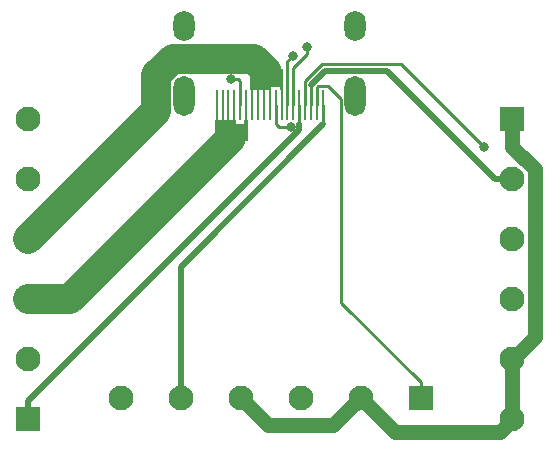
<source format=gbr>
%TF.GenerationSoftware,KiCad,Pcbnew,(5.0.2)-1*%
%TF.CreationDate,2019-01-23T22:58:30+01:00*%
%TF.ProjectId,HDMI-Terminal,48444d49-2d54-4657-926d-696e616c2e6b,rev?*%
%TF.SameCoordinates,Original*%
%TF.FileFunction,Copper,L1,Top*%
%TF.FilePolarity,Positive*%
%FSLAX46Y46*%
G04 Gerber Fmt 4.6, Leading zero omitted, Abs format (unit mm)*
G04 Created by KiCad (PCBNEW (5.0.2)-1) date 23.01.2019 22:58:30*
%MOMM*%
%LPD*%
G01*
G04 APERTURE LIST*
%ADD10R,0.290000X2.600000*%
%ADD11O,1.800000X3.400000*%
%ADD12O,1.800000X2.600000*%
%ADD13C,1.400000*%
%ADD14C,0.150000*%
%ADD15C,2.100000*%
%ADD16R,2.100000X2.100000*%
%ADD17C,0.800000*%
%ADD18C,0.500000*%
%ADD19C,0.250000*%
%ADD20C,1.270000*%
%ADD21C,2.540000*%
G04 APERTURE END LIST*
D10*
X117950000Y-72310000D03*
X117450000Y-72310000D03*
X116950000Y-72310000D03*
X116450000Y-72310000D03*
X115950000Y-72310000D03*
X115450000Y-72310000D03*
X114950000Y-72310000D03*
X114450000Y-72310000D03*
X113950000Y-72310000D03*
X113450000Y-72310000D03*
X112950000Y-72310000D03*
X112450000Y-72310000D03*
X111950000Y-72310000D03*
X111450000Y-72310000D03*
X110950000Y-72310000D03*
X110450000Y-72310000D03*
X109950000Y-72310000D03*
X109450000Y-72310000D03*
X108950000Y-72310000D03*
D11*
X106200000Y-71550000D03*
D12*
X106200000Y-65590000D03*
X120700000Y-65590000D03*
D11*
X120700000Y-71550000D03*
D13*
X113200000Y-69500000D03*
D14*
G36*
X114325153Y-71028426D02*
X114320462Y-71027009D01*
X114316137Y-71024704D01*
X114312344Y-71021600D01*
X114309231Y-71017815D01*
X114306915Y-71013496D01*
X114305486Y-71008808D01*
X114305000Y-71003900D01*
X114305000Y-70741090D01*
X113595000Y-70740810D01*
X113595000Y-71003600D01*
X113594520Y-71008477D01*
X113593097Y-71013167D01*
X113590787Y-71017489D01*
X113587678Y-71021278D01*
X113583889Y-71024387D01*
X113579567Y-71026697D01*
X113574877Y-71028120D01*
X113570000Y-71028600D01*
X111830000Y-71028600D01*
X111825123Y-71028120D01*
X111820433Y-71026697D01*
X111816111Y-71024387D01*
X111812322Y-71021278D01*
X111809213Y-71017489D01*
X111806903Y-71013167D01*
X111805480Y-71008477D01*
X111805000Y-71003600D01*
X111805000Y-69276400D01*
X111805480Y-69271523D01*
X111806903Y-69266833D01*
X111809213Y-69262511D01*
X111812322Y-69258722D01*
X111816111Y-69255613D01*
X111820433Y-69253303D01*
X111825123Y-69251880D01*
X111830000Y-69251400D01*
X112546211Y-69251400D01*
X112567207Y-69200711D01*
X112599590Y-69140128D01*
X112637755Y-69083010D01*
X112681334Y-69029909D01*
X112729909Y-68981334D01*
X112783010Y-68937755D01*
X112840128Y-68899590D01*
X112900711Y-68867207D01*
X112964177Y-68840919D01*
X113029914Y-68820978D01*
X113097289Y-68807576D01*
X113165653Y-68800843D01*
X113234347Y-68800843D01*
X113302711Y-68807576D01*
X113370086Y-68820978D01*
X113435823Y-68840919D01*
X113499289Y-68867207D01*
X113559872Y-68899590D01*
X113616990Y-68937755D01*
X113670091Y-68981334D01*
X113718666Y-69029909D01*
X113762245Y-69083010D01*
X113800410Y-69140128D01*
X113832793Y-69200711D01*
X113853789Y-69251400D01*
X114570000Y-69251400D01*
X114574877Y-69251880D01*
X114579567Y-69253303D01*
X114583889Y-69255613D01*
X114587678Y-69258722D01*
X114590787Y-69262511D01*
X114593097Y-69266833D01*
X114594520Y-69271523D01*
X114595000Y-69276400D01*
X114595000Y-71003600D01*
X114594520Y-71008477D01*
X114593097Y-71013167D01*
X114590787Y-71017489D01*
X114587678Y-71021278D01*
X114583889Y-71024387D01*
X114579567Y-71026697D01*
X114574877Y-71028120D01*
X114570031Y-71028600D01*
X114330031Y-71028900D01*
X114325153Y-71028426D01*
X114325153Y-71028426D01*
G37*
D13*
X110200000Y-75110000D03*
D14*
G36*
X111570031Y-73581400D02*
X111574908Y-73581886D01*
X111579596Y-73583315D01*
X111583915Y-73585631D01*
X111587700Y-73588744D01*
X111590804Y-73592537D01*
X111593109Y-73596862D01*
X111594526Y-73601553D01*
X111595000Y-73606400D01*
X111595000Y-75333600D01*
X111594520Y-75338477D01*
X111593097Y-75343167D01*
X111590787Y-75347489D01*
X111587678Y-75351278D01*
X111583889Y-75354387D01*
X111579567Y-75356697D01*
X111574877Y-75358120D01*
X111570000Y-75358600D01*
X110853789Y-75358600D01*
X110832793Y-75409289D01*
X110800410Y-75469872D01*
X110762245Y-75526990D01*
X110718666Y-75580091D01*
X110670091Y-75628666D01*
X110616990Y-75672245D01*
X110559872Y-75710410D01*
X110499289Y-75742793D01*
X110435823Y-75769081D01*
X110370086Y-75789022D01*
X110302711Y-75802424D01*
X110234347Y-75809157D01*
X110165653Y-75809157D01*
X110097289Y-75802424D01*
X110029914Y-75789022D01*
X109964177Y-75769081D01*
X109900711Y-75742793D01*
X109840128Y-75710410D01*
X109783010Y-75672245D01*
X109729909Y-75628666D01*
X109681334Y-75580091D01*
X109637755Y-75526990D01*
X109599590Y-75469872D01*
X109567207Y-75409289D01*
X109546211Y-75358600D01*
X108830000Y-75358600D01*
X108825123Y-75358120D01*
X108820433Y-75356697D01*
X108816111Y-75354387D01*
X108812322Y-75351278D01*
X108809213Y-75347489D01*
X108806903Y-75343167D01*
X108805480Y-75338477D01*
X108805000Y-75333600D01*
X108805000Y-73606400D01*
X108805480Y-73601523D01*
X108806903Y-73596833D01*
X108809213Y-73592511D01*
X108812322Y-73588722D01*
X108816111Y-73585613D01*
X108820433Y-73583303D01*
X108825123Y-73581880D01*
X108830000Y-73581400D01*
X110570000Y-73581400D01*
X110574877Y-73581880D01*
X110579567Y-73583303D01*
X110583889Y-73585613D01*
X110587678Y-73588722D01*
X110590787Y-73592511D01*
X110593097Y-73596833D01*
X110594520Y-73601523D01*
X110595000Y-73606400D01*
X110595000Y-73869190D01*
X111305000Y-73868910D01*
X111305000Y-73606100D01*
X111305480Y-73601223D01*
X111306903Y-73596533D01*
X111309213Y-73592211D01*
X111312322Y-73588422D01*
X111316111Y-73585313D01*
X111320433Y-73583003D01*
X111325123Y-73581580D01*
X111330031Y-73581100D01*
X111570031Y-73581400D01*
X111570031Y-73581400D01*
G37*
D15*
X134000000Y-98900000D03*
X134000000Y-93820000D03*
X134000000Y-88740000D03*
X134000000Y-83660000D03*
X134000000Y-78580000D03*
D16*
X134000000Y-73500000D03*
D15*
X100812600Y-97053400D03*
X105892600Y-97053400D03*
X110972600Y-97053400D03*
X116052600Y-97053400D03*
X121132600Y-97053400D03*
D16*
X126212600Y-97053400D03*
D15*
X93000000Y-73500000D03*
X93000000Y-78580000D03*
X93000000Y-83660000D03*
X93000000Y-88740000D03*
X93000000Y-93820000D03*
D16*
X93000000Y-98900000D03*
D17*
X115210000Y-74150000D03*
X115400000Y-68100000D03*
X116600000Y-67400000D03*
X131560000Y-75840000D03*
X110200000Y-70100000D03*
D18*
X105892600Y-97053400D02*
X105892600Y-86004400D01*
X105892600Y-86004400D02*
X117983000Y-73914000D01*
D19*
X117950000Y-73881000D02*
X117950000Y-72310000D01*
X117983000Y-73914000D02*
X117950000Y-73881000D01*
D20*
X120082601Y-98103399D02*
X121132600Y-97053400D01*
X118786000Y-99400000D02*
X120082601Y-98103399D01*
X110972600Y-97053400D02*
X113319200Y-99400000D01*
X113319200Y-99400000D02*
X118786000Y-99400000D01*
X132950001Y-99949999D02*
X134000000Y-98900000D01*
X121132600Y-97053400D02*
X124029199Y-99949999D01*
X124029199Y-99949999D02*
X132950001Y-99949999D01*
X134000000Y-98900000D02*
X134000000Y-93820000D01*
X135049999Y-92770001D02*
X134000000Y-93820000D01*
X135885001Y-91934999D02*
X135049999Y-92770001D01*
X135885001Y-77705001D02*
X135885001Y-91934999D01*
X134000000Y-73500000D02*
X134000000Y-75820000D01*
X134000000Y-75820000D02*
X135885001Y-77705001D01*
D19*
X114644315Y-74150000D02*
X115210000Y-74150000D01*
X114240000Y-74150000D02*
X114644315Y-74150000D01*
X113950000Y-72310000D02*
X113950000Y-73860000D01*
X113950000Y-73860000D02*
X114240000Y-74150000D01*
X126212600Y-95753400D02*
X126212600Y-97053400D01*
X117450000Y-70760000D02*
X117525001Y-70684999D01*
X117450000Y-72310000D02*
X117450000Y-70760000D01*
X117525001Y-70684999D02*
X118355001Y-70684999D01*
X118355001Y-70684999D02*
X119474990Y-71804988D01*
X119474990Y-71804988D02*
X119474990Y-89015790D01*
X119474990Y-89015790D02*
X126212600Y-95753400D01*
X114950000Y-68550000D02*
X114950000Y-72310000D01*
X115400000Y-68100000D02*
X114950000Y-68550000D01*
X115450000Y-70760000D02*
X115450000Y-72310000D01*
X115450000Y-69115685D02*
X115450000Y-70760000D01*
X116600000Y-67400000D02*
X116600000Y-67965685D01*
X116600000Y-67965685D02*
X115450000Y-69115685D01*
D21*
X96570000Y-88740000D02*
X110200000Y-75110000D01*
X93000000Y-88740000D02*
X96570000Y-88740000D01*
X112636699Y-68936699D02*
X113200000Y-69500000D01*
X112079990Y-68379990D02*
X112636699Y-68936699D01*
X105218310Y-68379990D02*
X112079990Y-68379990D01*
X103829990Y-69768310D02*
X105218310Y-68379990D01*
X93000000Y-83660000D02*
X103829990Y-72830010D01*
X103829990Y-72830010D02*
X103829990Y-69768310D01*
D18*
X93000000Y-97350000D02*
X115951000Y-74399000D01*
X93000000Y-98900000D02*
X93000000Y-97350000D01*
X115951000Y-74399000D02*
X115951000Y-73914000D01*
D19*
X115950000Y-73786000D02*
X115950000Y-72310000D01*
X115951000Y-73914000D02*
X115951000Y-73787000D01*
X115951000Y-73787000D02*
X115950000Y-73786000D01*
D18*
X123335066Y-69399990D02*
X118110010Y-69399990D01*
X134000000Y-78580000D02*
X132515076Y-78580000D01*
X132515076Y-78580000D02*
X123335066Y-69399990D01*
X116959991Y-70550009D02*
X118120000Y-69390000D01*
D19*
X116950000Y-72310000D02*
X116950001Y-70559999D01*
X117871834Y-68824980D02*
X124544980Y-68824980D01*
X116450000Y-72310000D02*
X116450000Y-70246814D01*
X116450000Y-70246814D02*
X117871834Y-68824980D01*
X124544980Y-68824980D02*
X131560000Y-75840000D01*
X131560000Y-75840000D02*
X131600000Y-75880000D01*
X110950000Y-70760000D02*
X110950000Y-72310000D01*
X110950000Y-70284315D02*
X110950000Y-70760000D01*
X110200000Y-70100000D02*
X110765685Y-70100000D01*
X110765685Y-70100000D02*
X110950000Y-70284315D01*
M02*

</source>
